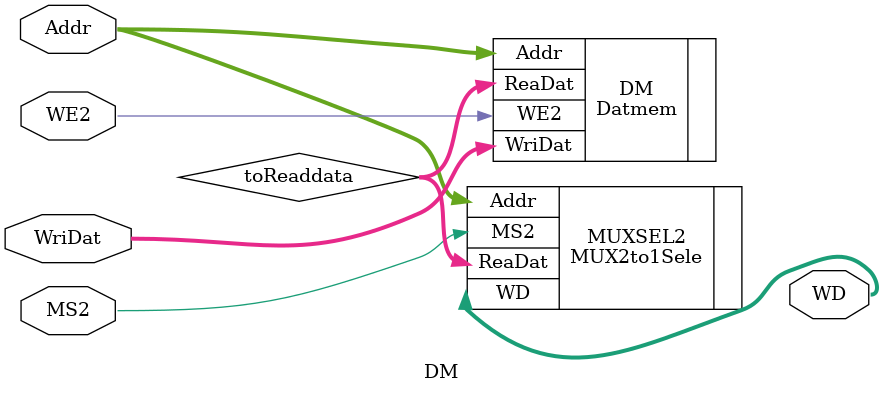
<source format=sv>
`timescale 1ns / 1ps


module DM(WE2, Addr, WriDat, WD, MS2);

parameter AWIDTH = 32;
parameter ALENGTH = 128;

output logic [AWIDTH - 1:0]WD;
input logic MS2;    
input logic WE2;
input logic [AWIDTH - 1:0] Addr;
input logic [AWIDTH - 1:0] WriDat;

wire [AWIDTH - 1:0] toReaddata;

Datmem DM(
          .ReaDat(toReaddata),
          .WE2(WE2), 
          .Addr(Addr), 
          .WriDat(WriDat)
          ); 
MUX2to1Sele MUXSEL2(
          .MS2(MS2), 
          .ReaDat(toReaddata), 
          .Addr(Addr), 
          .WD(WD) );
endmodule

</source>
